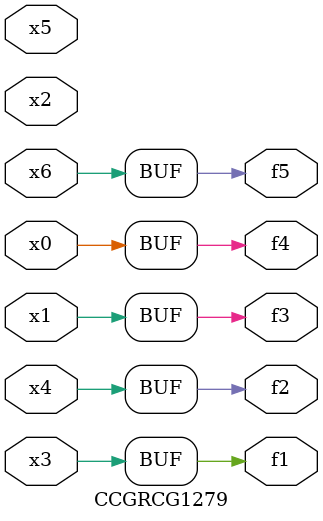
<source format=v>
module CCGRCG1279(
	input x0, x1, x2, x3, x4, x5, x6,
	output f1, f2, f3, f4, f5
);
	assign f1 = x3;
	assign f2 = x4;
	assign f3 = x1;
	assign f4 = x0;
	assign f5 = x6;
endmodule

</source>
